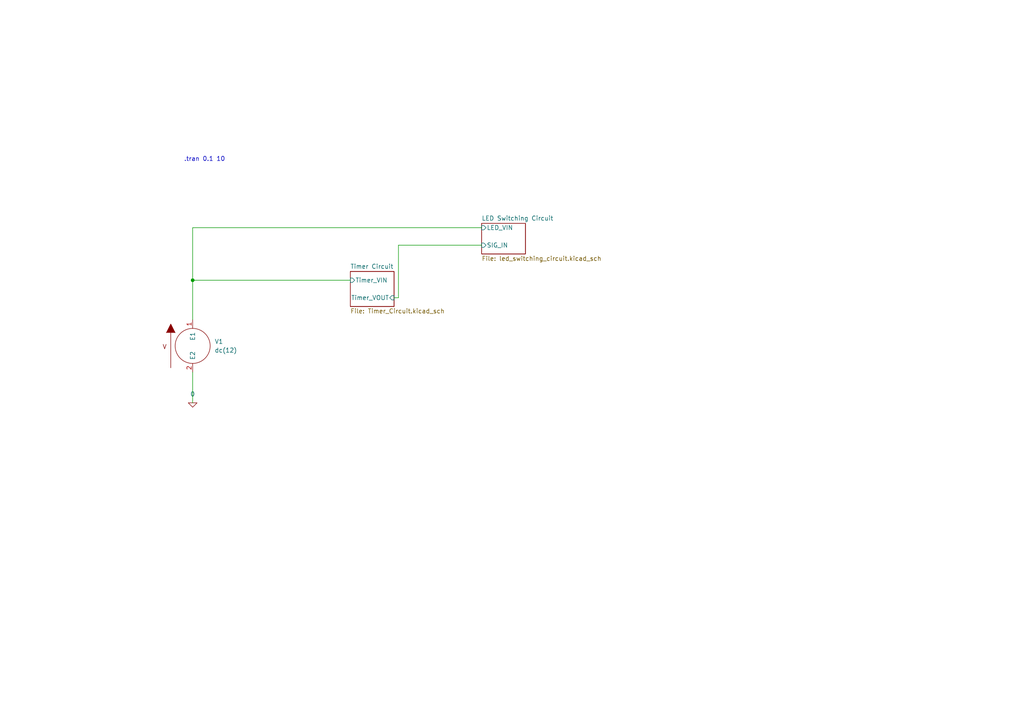
<source format=kicad_sch>
(kicad_sch (version 20230121) (generator eeschema)
  (paper "A4")
  (lib_symbols
    (symbol "Simulation_SPICE:0" (power) (pin_names (offset 0))
      (property "Value" "0" (at 0 -1.778 0))
      (symbol "0_0_1"
        (polyline (pts (xy -1.27 0) (xy 0 -1.27) (xy 1.27 0) (xy -1.27 0)))
      )
      (symbol "0_1_1"
        (pin power_in line (at 0 0 0) (length 0) hide (name "0") (number "1"))
      )
    )
    (symbol "pspice:VSOURCE" (pin_names (offset 1.016))
      (property "Reference" "V" (at -6.35 7.62 0))
      (property "Value" "VSOURCE" (at 0 0 0))
      (symbol "VSOURCE_0_1"
        (polyline (pts (xy -6.35 -6.35) (xy -6.35 3.81)) (fill (type outline)))
        (polyline (pts (xy -7.62 3.81) (xy -6.35 6.35) (xy -5.08 3.81)) (fill (type outline)))
        (circle (center 0 0) (radius 5.08))
        (text "V" (at -8.128 -0.254 0) (effects (font (size 1.27 1.27))))
      )
      (symbol "VSOURCE_1_1"
        (pin input line (at 0 7.62 270) (length 2.54) (name "E1") (number "1"))
        (pin input line (at 0 -7.62 90) (length 2.54) (name "E2") (number "2"))
      )
    )
  )
  (junction (at 55.88 81.28))
  (wire (pts (xy 55.88 66.04) (xy 55.88 81.28)))
  (wire (pts (xy 114.3 86.36) (xy 115.57 86.36)))
  (wire (pts (xy 55.88 66.04) (xy 139.7 66.04)))
  (wire (pts (xy 115.57 86.36) (xy 115.57 71.12)))
  (wire (pts (xy 115.57 71.12) (xy 139.7 71.12)))
  (wire (pts (xy 55.88 81.28) (xy 55.88 92.71)))
  (wire (pts (xy 55.88 107.95) (xy 55.88 116.84)))
  (wire (pts (xy 55.88 81.28) (xy 101.6 81.28)))
  (text ".tran 0.1 10\n" (at 53.34 46.99 0) (effects (font (size 1.27 1.27)) (justify left bottom)))
  (symbol (lib_id "Simulation_SPICE:0") (at 55.88 116.84 0) (unit 1)
    (property "Reference" "#GND01" (effects hide))
    (property "Value" "0" (at 55.88 114.3 0))
  )
  (symbol (lib_id "pspice:VSOURCE") (at 55.88 100.33 0) (unit 1)
    (property "Reference" "V1" (at 62.23 99.06 0) (effects (justify left)))
    (property "Value" "dc(12)" (at 62.23 101.6 0) (effects (justify left)))
  )
  (sheet (at 139.7 64.77) (size 12.7 8.89) (stroke (width 0.1524))
    (property "Sheetname" "LED Switching Circuit" (at 139.7 64.0584 0) (effects (justify left bottom)))
    (property "Sheetfile" "led_switching_circuit.kicad_sch" (at 139.7 74.2446 0) (effects (justify left top)))
    (pin "LED_VIN" input (at 139.7 66.04 180))
    (pin "SIG_IN" input (at 139.7 71.12 180))
  )
  (sheet (at 101.6 78.74) (size 12.7 10.16) (stroke (width 0.1524))
    (property "Sheetname" "Timer Circuit" (at 101.6 78.0284 0) (effects (justify left bottom)))
    (property "Sheetfile" "Timer_Circuit.kicad_sch" (at 101.6 89.4846 0) (effects (justify left top)))
    (pin "Timer_VOUT" input (at 114.3 86.36 0))
    (pin "Timer_VIN" input (at 101.6 81.28 180))
  )
)
</source>
